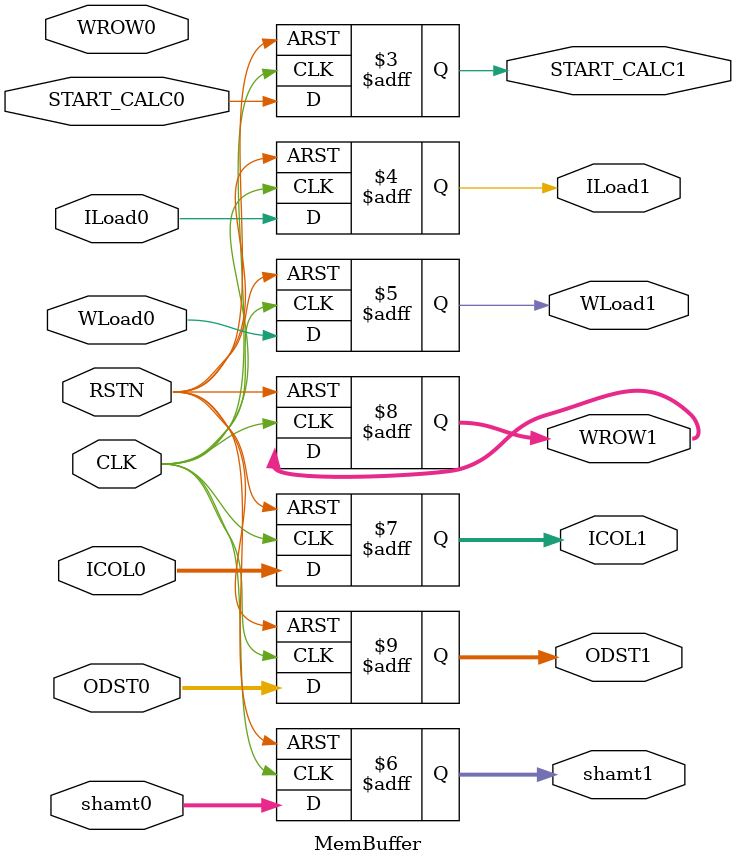
<source format=v>
module MemBuffer(
	// INPUT
	input CLK, RSTN,
	input START_CALC0, ILoad0, WLoad0, 
	input [4:0] shamt0, 
	input [3:0] ICOL0, WROW0, ODST0,
	// OUTPUT
	output reg START_CALC1, ILoad1, WLoad1, 
	output reg [4:0] shamt1, 
	output reg [3:0] ICOL1, WROW1, ODST1
);
always@(posedge CLK or negedge RSTN) begin
	if(~RSTN) begin
		START_CALC1 <= 0; ILoad1 <= 0; WLoad1 <= 0; shamt1 <= 0;  
		ICOL1 <= 0;  WROW1 <= 0;  ODST1 <= 0; 
	end
	else begin
		START_CALC1 <= START_CALC0; shamt1 <= shamt0;  
		ILoad1 <= ILoad0; WLoad1 <= WLoad0;
		ICOL1 <= ICOL0;  WROW1 <= WROW1;  ODST1 <= ODST0; 
	end
end
endmodule

</source>
